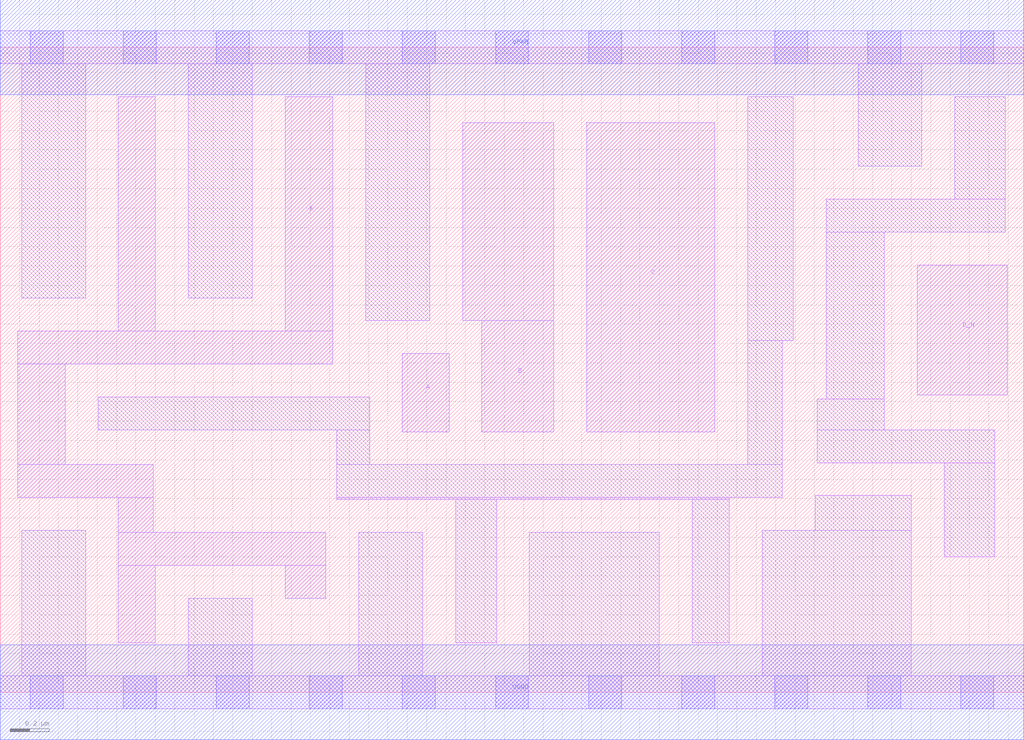
<source format=lef>
# Copyright 2020 The SkyWater PDK Authors
#
# Licensed under the Apache License, Version 2.0 (the "License");
# you may not use this file except in compliance with the License.
# You may obtain a copy of the License at
#
#     https://www.apache.org/licenses/LICENSE-2.0
#
# Unless required by applicable law or agreed to in writing, software
# distributed under the License is distributed on an "AS IS" BASIS,
# WITHOUT WARRANTIES OR CONDITIONS OF ANY KIND, either express or implied.
# See the License for the specific language governing permissions and
# limitations under the License.
#
# SPDX-License-Identifier: Apache-2.0

VERSION 5.7 ;
  NAMESCASESENSITIVE ON ;
  NOWIREEXTENSIONATPIN ON ;
  DIVIDERCHAR "/" ;
  BUSBITCHARS "[]" ;
UNITS
  DATABASE MICRONS 200 ;
END UNITS
MACRO sky130_fd_sc_lp__or4b_4
  CLASS CORE ;
  SOURCE USER ;
  FOREIGN sky130_fd_sc_lp__or4b_4 ;
  ORIGIN  0.000000  0.000000 ;
  SIZE  5.280000 BY  3.330000 ;
  SYMMETRY X Y R90 ;
  SITE unit ;
  PIN A
    ANTENNAGATEAREA  0.315000 ;
    DIRECTION INPUT ;
    USE SIGNAL ;
    PORT
      LAYER li1 ;
        RECT 2.075000 1.345000 2.315000 1.750000 ;
    END
  END A
  PIN B
    ANTENNAGATEAREA  0.315000 ;
    DIRECTION INPUT ;
    USE SIGNAL ;
    PORT
      LAYER li1 ;
        RECT 2.385000 1.920000 2.855000 2.940000 ;
        RECT 2.485000 1.345000 2.855000 1.920000 ;
    END
  END B
  PIN C
    ANTENNAGATEAREA  0.315000 ;
    DIRECTION INPUT ;
    USE SIGNAL ;
    PORT
      LAYER li1 ;
        RECT 3.025000 1.345000 3.685000 2.940000 ;
    END
  END C
  PIN D_N
    ANTENNAGATEAREA  0.126000 ;
    DIRECTION INPUT ;
    USE SIGNAL ;
    PORT
      LAYER li1 ;
        RECT 4.730000 1.535000 5.195000 2.205000 ;
    END
  END D_N
  PIN X
    ANTENNADIFFAREA  1.176000 ;
    DIRECTION OUTPUT ;
    USE SIGNAL ;
    PORT
      LAYER li1 ;
        RECT 0.090000 1.005000 0.790000 1.175000 ;
        RECT 0.090000 1.175000 0.335000 1.695000 ;
        RECT 0.090000 1.695000 1.715000 1.865000 ;
        RECT 0.610000 0.255000 0.800000 0.655000 ;
        RECT 0.610000 0.655000 1.680000 0.825000 ;
        RECT 0.610000 0.825000 0.790000 1.005000 ;
        RECT 0.610000 1.865000 0.800000 3.075000 ;
        RECT 1.470000 0.485000 1.680000 0.655000 ;
        RECT 1.470000 1.865000 1.715000 3.075000 ;
    END
  END X
  PIN VGND
    DIRECTION INOUT ;
    USE GROUND ;
    PORT
      LAYER met1 ;
        RECT 0.000000 -0.245000 5.280000 0.245000 ;
    END
  END VGND
  PIN VPWR
    DIRECTION INOUT ;
    USE POWER ;
    PORT
      LAYER met1 ;
        RECT 0.000000 3.085000 5.280000 3.575000 ;
    END
  END VPWR
  OBS
    LAYER li1 ;
      RECT 0.000000 -0.085000 5.280000 0.085000 ;
      RECT 0.000000  3.245000 5.280000 3.415000 ;
      RECT 0.110000  0.085000 0.440000 0.835000 ;
      RECT 0.110000  2.035000 0.440000 3.245000 ;
      RECT 0.505000  1.355000 1.905000 1.525000 ;
      RECT 0.970000  0.085000 1.300000 0.485000 ;
      RECT 0.970000  2.035000 1.300000 3.245000 ;
      RECT 1.735000  0.995000 3.760000 1.005000 ;
      RECT 1.735000  1.005000 4.035000 1.175000 ;
      RECT 1.735000  1.175000 1.905000 1.355000 ;
      RECT 1.850000  0.085000 2.180000 0.825000 ;
      RECT 1.885000  1.920000 2.215000 3.245000 ;
      RECT 2.350000  0.255000 2.560000 0.995000 ;
      RECT 2.730000  0.085000 3.400000 0.825000 ;
      RECT 3.570000  0.255000 3.760000 0.995000 ;
      RECT 3.855000  1.175000 4.035000 1.815000 ;
      RECT 3.855000  1.815000 4.090000 3.075000 ;
      RECT 3.930000  0.085000 4.700000 0.835000 ;
      RECT 4.205000  0.835000 4.700000 1.015000 ;
      RECT 4.215000  1.185000 5.130000 1.355000 ;
      RECT 4.215000  1.355000 4.560000 1.515000 ;
      RECT 4.260000  1.515000 4.560000 2.375000 ;
      RECT 4.260000  2.375000 5.185000 2.545000 ;
      RECT 4.425000  2.715000 4.755000 3.245000 ;
      RECT 4.870000  0.700000 5.130000 1.185000 ;
      RECT 4.925000  2.545000 5.185000 3.075000 ;
    LAYER mcon ;
      RECT 0.155000 -0.085000 0.325000 0.085000 ;
      RECT 0.155000  3.245000 0.325000 3.415000 ;
      RECT 0.635000 -0.085000 0.805000 0.085000 ;
      RECT 0.635000  3.245000 0.805000 3.415000 ;
      RECT 1.115000 -0.085000 1.285000 0.085000 ;
      RECT 1.115000  3.245000 1.285000 3.415000 ;
      RECT 1.595000 -0.085000 1.765000 0.085000 ;
      RECT 1.595000  3.245000 1.765000 3.415000 ;
      RECT 2.075000 -0.085000 2.245000 0.085000 ;
      RECT 2.075000  3.245000 2.245000 3.415000 ;
      RECT 2.555000 -0.085000 2.725000 0.085000 ;
      RECT 2.555000  3.245000 2.725000 3.415000 ;
      RECT 3.035000 -0.085000 3.205000 0.085000 ;
      RECT 3.035000  3.245000 3.205000 3.415000 ;
      RECT 3.515000 -0.085000 3.685000 0.085000 ;
      RECT 3.515000  3.245000 3.685000 3.415000 ;
      RECT 3.995000 -0.085000 4.165000 0.085000 ;
      RECT 3.995000  3.245000 4.165000 3.415000 ;
      RECT 4.475000 -0.085000 4.645000 0.085000 ;
      RECT 4.475000  3.245000 4.645000 3.415000 ;
      RECT 4.955000 -0.085000 5.125000 0.085000 ;
      RECT 4.955000  3.245000 5.125000 3.415000 ;
  END
END sky130_fd_sc_lp__or4b_4
END LIBRARY

</source>
